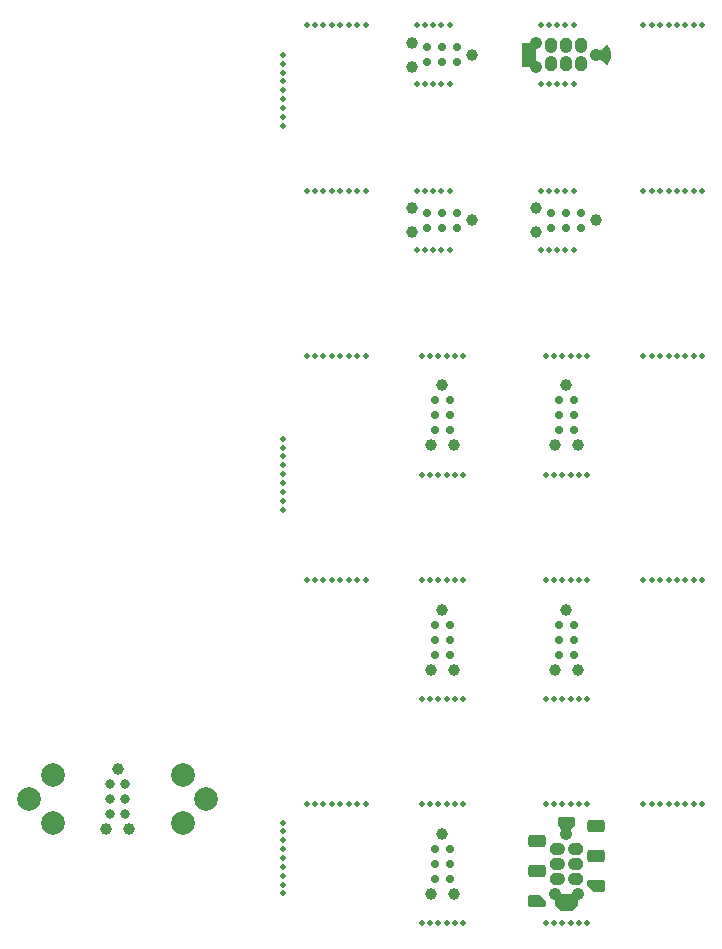
<source format=gts>
G04 #@! TF.GenerationSoftware,KiCad,Pcbnew,(6.0.2-0)*
G04 #@! TF.CreationDate,2022-08-08T09:45:33+12:00*
G04 #@! TF.ProjectId,stamp_attach,7374616d-705f-4617-9474-6163682e6b69,rev?*
G04 #@! TF.SameCoordinates,Original*
G04 #@! TF.FileFunction,Soldermask,Top*
G04 #@! TF.FilePolarity,Negative*
%FSLAX46Y46*%
G04 Gerber Fmt 4.6, Leading zero omitted, Abs format (unit mm)*
G04 Created by KiCad (PCBNEW (6.0.2-0)) date 2022-08-08 09:45:33*
%MOMM*%
%LPD*%
G01*
G04 APERTURE LIST*
G04 Aperture macros list*
%AMRoundRect*
0 Rectangle with rounded corners*
0 $1 Rounding radius*
0 $2 $3 $4 $5 $6 $7 $8 $9 X,Y pos of 4 corners*
0 Add a 4 corners polygon primitive as box body*
4,1,4,$2,$3,$4,$5,$6,$7,$8,$9,$2,$3,0*
0 Add four circle primitives for the rounded corners*
1,1,$1+$1,$2,$3*
1,1,$1+$1,$4,$5*
1,1,$1+$1,$6,$7*
1,1,$1+$1,$8,$9*
0 Add four rect primitives between the rounded corners*
20,1,$1+$1,$2,$3,$4,$5,0*
20,1,$1+$1,$4,$5,$6,$7,0*
20,1,$1+$1,$6,$7,$8,$9,0*
20,1,$1+$1,$8,$9,$2,$3,0*%
%AMFreePoly0*
4,1,32,0.280000,0.504858,0.355383,0.504398,0.493921,0.462967,0.615261,0.384317,0.709651,0.274773,0.769501,0.143140,0.790000,0.000000,0.789848,-0.012460,0.765857,-0.155057,0.702809,-0.285188,0.605772,-0.392394,0.482545,-0.468055,0.343037,-0.506089,0.280000,-0.504934,0.280000,-0.510000,0.000000,-0.510000,0.000000,-0.504934,-0.081539,-0.503439,-0.219561,-0.460318,-0.339932,-0.380193,
-0.432976,-0.269504,-0.491213,-0.137149,-0.509962,0.006231,-0.487715,0.149110,-0.426262,0.280002,-0.330541,0.388385,-0.208249,0.465545,-0.069215,0.505281,0.000000,0.504858,0.000000,0.510000,0.280000,0.510000,0.280000,0.504858,0.280000,0.504858,$1*%
%AMFreePoly1*
4,1,24,0.750000,-0.499999,0.500000,-0.500000,0.350416,-0.350416,0.319385,-0.384700,0.198574,-0.458877,0.061801,-0.496166,-0.079941,-0.493568,-0.215256,-0.451293,-0.333266,-0.372738,-0.424486,-0.264219,-0.481581,-0.134460,-0.499963,0.006109,-0.478152,0.146187,-0.417904,0.274511,-0.324060,0.380769,-0.204165,0.456417,-0.067858,0.495374,0.073905,0.494508,0.209726,0.453889,0.328688,0.376783,
0.350948,0.350948,0.500000,0.500000,0.750000,0.499999,0.750000,-0.499999,0.750000,-0.499999,$1*%
%AMFreePoly2*
4,1,18,-0.750000,0.300000,-0.734776,0.376537,-0.691421,0.441421,-0.626537,0.484776,-0.550000,0.500000,0.250000,0.500000,0.750000,0.000000,0.750000,-0.300000,0.734776,-0.376537,0.691421,-0.441421,0.626537,-0.484776,0.550000,-0.500000,-0.550000,-0.500000,-0.626537,-0.484776,-0.691421,-0.441421,-0.734776,-0.376537,-0.750000,-0.300000,-0.750000,0.300000,-0.750000,0.300000,$1*%
%AMFreePoly3*
4,1,18,-0.750000,0.300000,-0.734776,0.376537,-0.691421,0.441421,-0.626537,0.484776,-0.550000,0.500000,0.550000,0.500000,0.626537,0.484776,0.691421,0.441421,0.734776,0.376537,0.750000,0.300000,0.750000,-0.300000,0.734776,-0.376537,0.691421,-0.441421,0.626537,-0.484776,0.550000,-0.500000,-0.250000,-0.500000,-0.750000,0.000000,-0.750000,0.300000,-0.750000,0.300000,$1*%
G04 Aperture macros list end*
%ADD10C,0.150000*%
%ADD11C,0.500000*%
%ADD12C,1.000000*%
%ADD13C,0.700000*%
%ADD14FreePoly0,90.000000*%
%ADD15FreePoly0,270.000000*%
%ADD16FreePoly1,225.000000*%
%ADD17FreePoly1,0.000000*%
%ADD18FreePoly1,135.000000*%
%ADD19C,2.000000*%
%ADD20C,0.800000*%
%ADD21RoundRect,0.200000X-0.550000X-0.300000X0.550000X-0.300000X0.550000X0.300000X-0.550000X0.300000X0*%
%ADD22FreePoly0,180.000000*%
%ADD23FreePoly0,0.000000*%
%ADD24FreePoly2,0.000000*%
%ADD25FreePoly3,0.000000*%
%ADD26FreePoly1,315.000000*%
%ADD27FreePoly1,90.000000*%
G04 APERTURE END LIST*
D10*
X184920001Y-67770000D02*
G75*
G03*
X184920001Y-66230000I-861475J770000D01*
G01*
D11*
X157500001Y-132750000D03*
X157500001Y-137250000D03*
X157500001Y-132000000D03*
X157500001Y-134250000D03*
X157500001Y-133500000D03*
X157500001Y-135750000D03*
X157500001Y-135000000D03*
X157500001Y-138000000D03*
X157500001Y-136500000D03*
X157500001Y-69249999D03*
X157500001Y-71499999D03*
X157500001Y-69999999D03*
X157500001Y-70749999D03*
X157500001Y-68499999D03*
X157500001Y-66999999D03*
X157500001Y-67749999D03*
X157500001Y-72999999D03*
X157500001Y-72249999D03*
X192285711Y-78500000D03*
X190142856Y-78500000D03*
X190857141Y-78500000D03*
X191571426Y-78500000D03*
X188000001Y-78500000D03*
X188714286Y-78500000D03*
X193000001Y-78500000D03*
X189428571Y-78500000D03*
X190857141Y-130459999D03*
X188000001Y-130459999D03*
X189428571Y-130459999D03*
X188714286Y-130459999D03*
X193000001Y-130459999D03*
X192285711Y-130459999D03*
X190142856Y-130459999D03*
X191571426Y-130459999D03*
X164500001Y-92460000D03*
X163071426Y-92460000D03*
X160214286Y-92460000D03*
X162357141Y-92460000D03*
X160928571Y-92460000D03*
X161642856Y-92460000D03*
X163785711Y-92460000D03*
X159500001Y-92460000D03*
X190857141Y-92460000D03*
X191571426Y-92460000D03*
X190142856Y-92460000D03*
X193000001Y-92460000D03*
X188714286Y-92460000D03*
X192285711Y-92460000D03*
X189428571Y-92460000D03*
X188000001Y-92460000D03*
X163785711Y-111460000D03*
X160928571Y-111460000D03*
X161642856Y-111460000D03*
X160214286Y-111460000D03*
X159500001Y-111460000D03*
X163071426Y-111460000D03*
X162357141Y-111460000D03*
X164500001Y-111460000D03*
D12*
X172000001Y-100040000D03*
D11*
X171350001Y-102540000D03*
X172750001Y-92460000D03*
X172050001Y-92460000D03*
D13*
X170365001Y-98770000D03*
D12*
X170000001Y-100040000D03*
D11*
X170650001Y-92460000D03*
X171350001Y-92460000D03*
X170650001Y-102540000D03*
X169950001Y-102540000D03*
D13*
X171635001Y-97500000D03*
X171635001Y-96230000D03*
D11*
X169250001Y-92460000D03*
X169950001Y-92460000D03*
D13*
X170365001Y-96230000D03*
D12*
X171000001Y-94960000D03*
D13*
X170365001Y-97500000D03*
D11*
X172750001Y-102540000D03*
X169250001Y-102540000D03*
X172050001Y-102540000D03*
D13*
X171635001Y-98770000D03*
D12*
X168460001Y-82000000D03*
D13*
X169730001Y-81635000D03*
X169730001Y-80365000D03*
D11*
X168810001Y-78500000D03*
D13*
X172270001Y-81635000D03*
D11*
X169510001Y-78500000D03*
D12*
X173540001Y-81000000D03*
D11*
X170210001Y-78500000D03*
X170910001Y-78500000D03*
D13*
X172270001Y-80365000D03*
D11*
X170210001Y-83500000D03*
X171610001Y-83500000D03*
D13*
X171000001Y-80365000D03*
D12*
X168460001Y-80000000D03*
D11*
X169510001Y-83500000D03*
X171610001Y-78500000D03*
D13*
X171000001Y-81635000D03*
D11*
X170910001Y-83500000D03*
X168810001Y-83500000D03*
X181850001Y-92460000D03*
X179750001Y-92460000D03*
D13*
X182135001Y-97500000D03*
D12*
X181500001Y-94960000D03*
D13*
X180865001Y-97500000D03*
D11*
X180450001Y-92460000D03*
D13*
X180865001Y-96230000D03*
D11*
X182550001Y-92460000D03*
X181150001Y-102540000D03*
X182550001Y-102540000D03*
X181850001Y-102540000D03*
D13*
X180865001Y-98770000D03*
D11*
X183250001Y-92460000D03*
D13*
X182135001Y-98770000D03*
X182135001Y-96230000D03*
D11*
X179750001Y-102540000D03*
X181150001Y-92460000D03*
D12*
X182500001Y-100040000D03*
D11*
X180450001Y-102540000D03*
D12*
X180500001Y-100040000D03*
D11*
X183250001Y-102540000D03*
D13*
X171635001Y-116500000D03*
D11*
X172050001Y-121540000D03*
D12*
X172000001Y-119040000D03*
D13*
X170365001Y-115230000D03*
X171635001Y-117770000D03*
D11*
X169250001Y-111460000D03*
X172750001Y-121540000D03*
X169950001Y-121540000D03*
X169950001Y-111460000D03*
X169250001Y-121540000D03*
X171350001Y-121540000D03*
D12*
X171000001Y-113960000D03*
D13*
X170365001Y-117770000D03*
D11*
X172050001Y-111460000D03*
X172750001Y-111460000D03*
D13*
X170365001Y-116500000D03*
D11*
X171350001Y-111460000D03*
X170650001Y-111460000D03*
D13*
X171635001Y-115230000D03*
D11*
X170650001Y-121540000D03*
D12*
X170000001Y-119040000D03*
D11*
X190142856Y-64500000D03*
X188000001Y-64500000D03*
X192285711Y-64500000D03*
X190857141Y-64500000D03*
X191571426Y-64500000D03*
X193000001Y-64500000D03*
X189428571Y-64500000D03*
X188714286Y-64500000D03*
X163785711Y-130460000D03*
X163071426Y-130460000D03*
X160214286Y-130460000D03*
X162357141Y-130460000D03*
X161642856Y-130460000D03*
X164500001Y-130460000D03*
X159500001Y-130460000D03*
X160928571Y-130460000D03*
X181150001Y-111460000D03*
X181150001Y-121540000D03*
D13*
X180865001Y-117770000D03*
X182135001Y-115230000D03*
D11*
X181850001Y-121540000D03*
D12*
X182500001Y-119040000D03*
D11*
X183250001Y-111460000D03*
X179750001Y-111460000D03*
X181850001Y-111460000D03*
X180450001Y-121540000D03*
D13*
X180865001Y-116500000D03*
D11*
X180450001Y-111460000D03*
X183250001Y-121540000D03*
X182550001Y-111460000D03*
X179750001Y-121540000D03*
D12*
X181500001Y-113960000D03*
D13*
X180865001Y-115230000D03*
X182135001Y-116500000D03*
X182135001Y-117770000D03*
D11*
X182550001Y-121540000D03*
D12*
X180500001Y-119040000D03*
D11*
X157500001Y-99500000D03*
X157500001Y-101000000D03*
X157500001Y-100250000D03*
X157500001Y-105500000D03*
X157500001Y-101750000D03*
X157500001Y-102500000D03*
X157500001Y-104750000D03*
X157500001Y-103250000D03*
X157500001Y-104000000D03*
D12*
X170000001Y-138040000D03*
D11*
X172050001Y-140540000D03*
X172050001Y-130460000D03*
X169950001Y-130460000D03*
X172750001Y-140540000D03*
D13*
X170365001Y-136770000D03*
D11*
X170650001Y-140540000D03*
X169250001Y-130460000D03*
X171350001Y-140540000D03*
D13*
X171635001Y-136770000D03*
D12*
X172000001Y-138040000D03*
D13*
X171635001Y-134230000D03*
X170365001Y-134230000D03*
D11*
X170650001Y-130460000D03*
X169250001Y-140540000D03*
X171350001Y-130460000D03*
X169950001Y-140540000D03*
D13*
X171635001Y-135500000D03*
D11*
X172750001Y-130460000D03*
D12*
X171000001Y-132960000D03*
D13*
X170365001Y-135500000D03*
D11*
X181410001Y-64500000D03*
X182110001Y-64500000D03*
X179310001Y-64500000D03*
X182110001Y-69500000D03*
X181410001Y-69500000D03*
X180710001Y-69500000D03*
X179310001Y-69500000D03*
X180010001Y-64500000D03*
X180010001Y-69500000D03*
X180710001Y-64500000D03*
D14*
X182770001Y-66365000D03*
D15*
X182770001Y-67635000D03*
D14*
X181500001Y-66365000D03*
D15*
X181500001Y-67635000D03*
D14*
X180230001Y-66365000D03*
D15*
X180230001Y-67635000D03*
D16*
X178960001Y-66000000D03*
D17*
X184040001Y-67000000D03*
D18*
X178960001Y-68000000D03*
D12*
X143500001Y-127460001D03*
X144500001Y-132540001D03*
X144500001Y-132540001D03*
X143500001Y-127460001D03*
X142500001Y-132540001D03*
X142500001Y-132540001D03*
D19*
X138000001Y-128000001D03*
D20*
X142865001Y-128730001D03*
D19*
X149000001Y-128000001D03*
D20*
X144135001Y-128730001D03*
X142865001Y-130000001D03*
D19*
X136000001Y-130000001D03*
X151000001Y-130000001D03*
D20*
X144135001Y-130000001D03*
D19*
X138000001Y-132000001D03*
D20*
X142865001Y-131270001D03*
D19*
X149000001Y-132000001D03*
D20*
X144135001Y-131270001D03*
D11*
X190142856Y-111460001D03*
X188000001Y-111460001D03*
X189428571Y-111460001D03*
X188714286Y-111460001D03*
X193000001Y-111460001D03*
X190857141Y-111460001D03*
X191571426Y-111460001D03*
X192285711Y-111460001D03*
X160214286Y-64500000D03*
X160928571Y-64500000D03*
X163071426Y-64500000D03*
X164500001Y-64500000D03*
X159500001Y-64500000D03*
X162357141Y-64500000D03*
X161642856Y-64500000D03*
X163785711Y-64500000D03*
X182550000Y-130460000D03*
X180450000Y-130460000D03*
X182550000Y-140540000D03*
X181150000Y-140540000D03*
X183250000Y-130460000D03*
X179750000Y-130460000D03*
X181150000Y-130460000D03*
X180450000Y-140540000D03*
X181850000Y-130460000D03*
X179750000Y-140540000D03*
X181850000Y-140540000D03*
X183250000Y-140540000D03*
D21*
X179000000Y-133595000D03*
D22*
X180865000Y-134230000D03*
D23*
X182135000Y-134230000D03*
D21*
X184000000Y-132325000D03*
X179000000Y-136135000D03*
D22*
X180865000Y-135500000D03*
D21*
X184000000Y-134865000D03*
D23*
X182135000Y-135500000D03*
D24*
X179000000Y-138675000D03*
D22*
X180865000Y-136770000D03*
D25*
X184000000Y-137405000D03*
D23*
X182135000Y-136770000D03*
D16*
X182500000Y-138040000D03*
D26*
X180500000Y-138040000D03*
D27*
X181500000Y-132960000D03*
D11*
X163785711Y-78500000D03*
X162357141Y-78500000D03*
X159500001Y-78500000D03*
X163071426Y-78500000D03*
X160214286Y-78500000D03*
X161642856Y-78500000D03*
X160928571Y-78500000D03*
X164500001Y-78500000D03*
D12*
X168460001Y-66000000D03*
D11*
X168810001Y-64500000D03*
X170910001Y-69500000D03*
D12*
X168460001Y-68000000D03*
D11*
X169510001Y-64500000D03*
D13*
X169730001Y-66365000D03*
X169730001Y-67635000D03*
D11*
X171610001Y-69500000D03*
D12*
X173540001Y-67000000D03*
D11*
X170210001Y-69500000D03*
X170210001Y-64500000D03*
X169510001Y-69500000D03*
D13*
X172270001Y-67635000D03*
D11*
X170910001Y-64500000D03*
D13*
X171000001Y-66365000D03*
X171000001Y-67635000D03*
X172270001Y-66365000D03*
D11*
X171610001Y-64500000D03*
X168810001Y-69500000D03*
D12*
X178960001Y-80000000D03*
X184040001Y-81000000D03*
D11*
X180010001Y-83500000D03*
D13*
X180230001Y-80365000D03*
D11*
X181410001Y-78500000D03*
X179310001Y-83500000D03*
D13*
X182770001Y-81635000D03*
D11*
X180010001Y-78500000D03*
D13*
X180230001Y-81635000D03*
D11*
X180710001Y-83500000D03*
D13*
X181500001Y-80365000D03*
D11*
X181410001Y-83500000D03*
D12*
X178960001Y-82000000D03*
D11*
X182110001Y-78500000D03*
X180710001Y-78500000D03*
D13*
X181500001Y-81635000D03*
X182770001Y-80365000D03*
D11*
X182110001Y-83500000D03*
X179310001Y-78500000D03*
G36*
X184947539Y-66180850D02*
G01*
X184959043Y-66196689D01*
X185193199Y-66656639D01*
X185200001Y-66684994D01*
X185200001Y-67324758D01*
X185192986Y-67353528D01*
X184959304Y-67804200D01*
X184922709Y-67835007D01*
X184875049Y-67830915D01*
X184859625Y-67819624D01*
X184084195Y-67044194D01*
X184065889Y-67000000D01*
X184084195Y-66955806D01*
X184859151Y-66180850D01*
X184903345Y-66162544D01*
X184947539Y-66180850D01*
G37*
G36*
X182008171Y-131502420D02*
G01*
X182068620Y-131514444D01*
X182114040Y-131533258D01*
X182154766Y-131560470D01*
X182189530Y-131595234D01*
X182216742Y-131635960D01*
X182235556Y-131681380D01*
X182247580Y-131741829D01*
X182250001Y-131766410D01*
X182250001Y-132092379D01*
X182247580Y-132116960D01*
X182235556Y-132177409D01*
X182216742Y-132222830D01*
X182182498Y-132274080D01*
X182166828Y-132293173D01*
X181688383Y-132771618D01*
X181669290Y-132787288D01*
X181618043Y-132821530D01*
X181572623Y-132840344D01*
X181524583Y-132849900D01*
X181475419Y-132849900D01*
X181427379Y-132840344D01*
X181381959Y-132821530D01*
X181330712Y-132787288D01*
X181311619Y-132771618D01*
X180833174Y-132293173D01*
X180817504Y-132274080D01*
X180783260Y-132222830D01*
X180764446Y-132177409D01*
X180752422Y-132116960D01*
X180750001Y-132092379D01*
X180750001Y-131766411D01*
X180752422Y-131741829D01*
X180764447Y-131681378D01*
X180783261Y-131635959D01*
X180810471Y-131595236D01*
X180845232Y-131560473D01*
X180885959Y-131533259D01*
X180931383Y-131514444D01*
X180991830Y-131502421D01*
X181016410Y-131500000D01*
X181983590Y-131499999D01*
X182008171Y-131502420D01*
G37*
G36*
X178931695Y-66018306D02*
G01*
X178950001Y-66062500D01*
X178950001Y-67937500D01*
X178931695Y-67981694D01*
X178887501Y-68000000D01*
X177772501Y-68000000D01*
X177728307Y-67981694D01*
X177710001Y-67937500D01*
X177710001Y-66062500D01*
X177728307Y-66018306D01*
X177772501Y-66000000D01*
X178887501Y-66000000D01*
X178931695Y-66018306D01*
G37*
G36*
X182252039Y-138041201D02*
G01*
X182331009Y-138056909D01*
X182353539Y-138066241D01*
X182415269Y-138107488D01*
X182432513Y-138124732D01*
X182473760Y-138186462D01*
X182483092Y-138208992D01*
X182498800Y-138287962D01*
X182500001Y-138300155D01*
X182500001Y-138888635D01*
X182498800Y-138900828D01*
X182483092Y-138979797D01*
X182473760Y-139002327D01*
X182429025Y-139069278D01*
X182421252Y-139078749D01*
X182078750Y-139421252D01*
X182069279Y-139429025D01*
X182002328Y-139473760D01*
X181979798Y-139483092D01*
X181900829Y-139498800D01*
X181888636Y-139500001D01*
X181111366Y-139500001D01*
X181099173Y-139498800D01*
X181020204Y-139483092D01*
X180997674Y-139473760D01*
X180930723Y-139429025D01*
X180921252Y-139421252D01*
X180578750Y-139078749D01*
X180570977Y-139069278D01*
X180526242Y-139002327D01*
X180516910Y-138979797D01*
X180501202Y-138900828D01*
X180500001Y-138888635D01*
X180500001Y-138300155D01*
X180501202Y-138287962D01*
X180516910Y-138208992D01*
X180526242Y-138186462D01*
X180567489Y-138124732D01*
X180584733Y-138107488D01*
X180646463Y-138066241D01*
X180668993Y-138056909D01*
X180747963Y-138041201D01*
X180760156Y-138040000D01*
X182239846Y-138040000D01*
X182252039Y-138041201D01*
G37*
M02*

</source>
